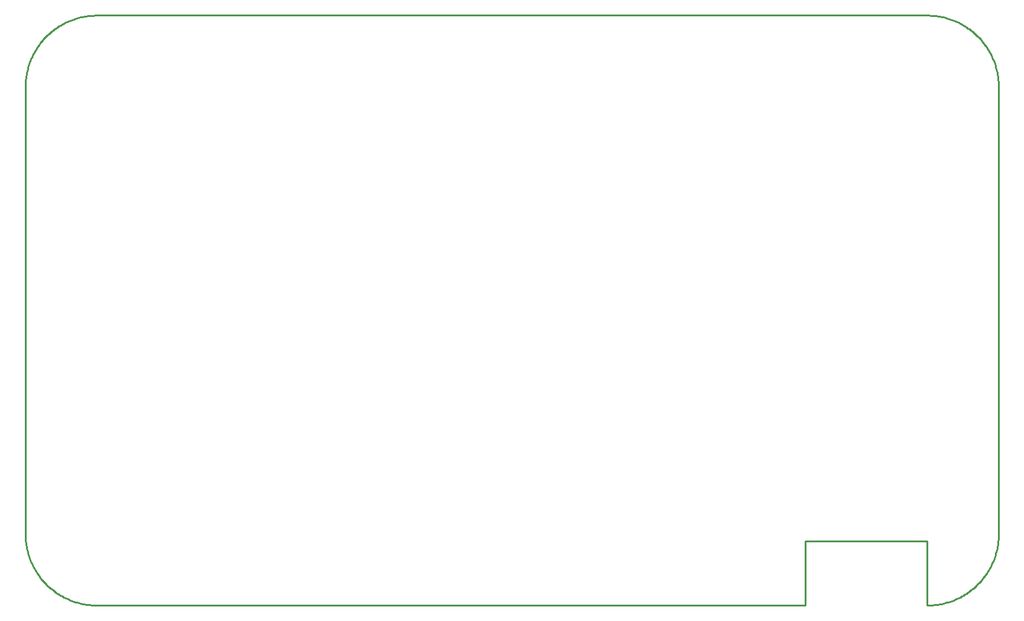
<source format=gko>
G04 Layer_Color=16711935*
%FSLAX25Y25*%
%MOIN*%
G70*
G01*
G75*
%ADD55C,0.01000*%
D55*
X-25761Y-230795D02*
X-25748Y-231792D01*
X-25710Y-232789D01*
X-25647Y-233784D01*
X-25559Y-234778D01*
X-25445Y-235769D01*
X-25307Y-236756D01*
X-25143Y-237740D01*
X-24955Y-238720D01*
X-24742Y-239694D01*
X-24504Y-240663D01*
X-24242Y-241625D01*
X-23955Y-242581D01*
X-23645Y-243528D01*
X-23310Y-244468D01*
X-22952Y-245399D01*
X-22570Y-246320D01*
X-22165Y-247232D01*
X-21737Y-248133D01*
X-21287Y-249023D01*
X-20814Y-249901D01*
X-20319Y-250767D01*
X-19802Y-251620D01*
X-19264Y-252460D01*
X-18704Y-253285D01*
X-18124Y-254097D01*
X-17524Y-254893D01*
X-16903Y-255674D01*
X-16263Y-256439D01*
X-15604Y-257188D01*
X-14926Y-257919D01*
X-14230Y-258633D01*
X-13516Y-259330D01*
X-12784Y-260008D01*
X-12035Y-260667D01*
X-11270Y-261307D01*
X-10489Y-261928D01*
X-9693Y-262528D01*
X-8882Y-263108D01*
X-8056Y-263667D01*
X-7216Y-264206D01*
X-6363Y-264723D01*
X-5497Y-265218D01*
X-4619Y-265691D01*
X-3729Y-266141D01*
X-2828Y-266569D01*
X-1917Y-266974D01*
X-995Y-267356D01*
X-64Y-267714D01*
X876Y-268049D01*
X1823Y-268359D01*
X2779Y-268646D01*
X3741Y-268908D01*
X4710Y-269146D01*
X5684Y-269359D01*
X6664Y-269547D01*
X7648Y-269711D01*
X8635Y-269849D01*
X9626Y-269963D01*
X10620Y-270051D01*
X11615Y-270114D01*
X12612Y-270152D01*
X13609Y-270165D01*
X470302D02*
X471299Y-270152D01*
X472296Y-270114D01*
X473292Y-270051D01*
X474285Y-269963D01*
X475276Y-269849D01*
X476264Y-269711D01*
X477248Y-269547D01*
X478227Y-269359D01*
X479202Y-269146D01*
X480170Y-268908D01*
X481133Y-268646D01*
X482088Y-268359D01*
X483036Y-268049D01*
X483975Y-267714D01*
X484906Y-267356D01*
X485828Y-266974D01*
X486739Y-266569D01*
X487640Y-266141D01*
X488530Y-265691D01*
X489408Y-265218D01*
X490274Y-264723D01*
X491127Y-264206D01*
X491967Y-263668D01*
X492793Y-263108D01*
X493604Y-262528D01*
X494401Y-261928D01*
X495182Y-261307D01*
X495947Y-260667D01*
X496695Y-260008D01*
X497427Y-259330D01*
X498141Y-258634D01*
X498837Y-257919D01*
X499515Y-257188D01*
X500174Y-256439D01*
X500814Y-255674D01*
X501435Y-254893D01*
X502035Y-254097D01*
X502615Y-253286D01*
X503175Y-252460D01*
X503713Y-251620D01*
X504230Y-250767D01*
X504725Y-249901D01*
X505198Y-249023D01*
X505649Y-248133D01*
X506076Y-247232D01*
X506481Y-246321D01*
X506863Y-245399D01*
X507221Y-244468D01*
X507556Y-243529D01*
X507866Y-242581D01*
X508153Y-241626D01*
X508415Y-240663D01*
X508653Y-239695D01*
X508866Y-238720D01*
X509055Y-237741D01*
X509218Y-236757D01*
X509357Y-235769D01*
X509470Y-234778D01*
X509558Y-233785D01*
X509622Y-232789D01*
X509659Y-231792D01*
X509672Y-230795D01*
Y15347D02*
X509660Y16344D01*
X509622Y17341D01*
X509558Y18337D01*
X509470Y19330D01*
X509357Y20321D01*
X509218Y21309D01*
X509055Y22293D01*
X508866Y23272D01*
X508653Y24247D01*
X508415Y25215D01*
X508153Y26178D01*
X507867Y27133D01*
X507556Y28081D01*
X507222Y29021D01*
X506863Y29952D01*
X506482Y30873D01*
X506077Y31785D01*
X505649Y32686D01*
X505198Y33575D01*
X504725Y34454D01*
X504230Y35320D01*
X503713Y36173D01*
X503175Y37012D01*
X502616Y37838D01*
X502036Y38649D01*
X501435Y39446D01*
X500814Y40227D01*
X500175Y40992D01*
X499515Y41740D01*
X498837Y42472D01*
X498141Y43186D01*
X497427Y43882D01*
X496695Y44560D01*
X495947Y45220D01*
X495182Y45860D01*
X494401Y46480D01*
X493604Y47081D01*
X492793Y47661D01*
X491967Y48220D01*
X491127Y48758D01*
X490274Y49275D01*
X489408Y49770D01*
X488530Y50243D01*
X487640Y50694D01*
X486739Y51122D01*
X485828Y51527D01*
X484906Y51908D01*
X483976Y52267D01*
X483036Y52601D01*
X482088Y52912D01*
X481133Y53198D01*
X480170Y53461D01*
X479202Y53698D01*
X478227Y53911D01*
X477248Y54100D01*
X476264Y54263D01*
X475276Y54402D01*
X474285Y54515D01*
X473292Y54604D01*
X472296Y54667D01*
X471299Y54705D01*
X470302Y54717D01*
X13609D02*
X12612Y54705D01*
X11615Y54667D01*
X10620Y54604D01*
X9626Y54515D01*
X8635Y54402D01*
X7648Y54263D01*
X6663Y54100D01*
X5684Y53911D01*
X4710Y53698D01*
X3741Y53461D01*
X2779Y53198D01*
X1823Y52912D01*
X875Y52601D01*
X-64Y52267D01*
X-995Y51908D01*
X-1917Y51527D01*
X-2828Y51122D01*
X-3729Y50694D01*
X-4619Y50243D01*
X-5497Y49770D01*
X-6363Y49275D01*
X-7216Y48758D01*
X-8056Y48220D01*
X-8882Y47661D01*
X-9693Y47081D01*
X-10490Y46480D01*
X-11270Y45860D01*
X-12035Y45219D01*
X-12784Y44560D01*
X-13516Y43882D01*
X-14230Y43186D01*
X-14926Y42472D01*
X-15604Y41740D01*
X-16263Y40992D01*
X-16903Y40227D01*
X-17524Y39446D01*
X-18124Y38649D01*
X-18704Y37838D01*
X-19264Y37012D01*
X-19802Y36173D01*
X-20319Y35319D01*
X-20814Y34453D01*
X-21287Y33575D01*
X-21737Y32686D01*
X-22165Y31784D01*
X-22570Y30873D01*
X-22952Y29952D01*
X-23310Y29021D01*
X-23645Y28081D01*
X-23955Y27133D01*
X-24242Y26178D01*
X-24504Y25215D01*
X-24742Y24247D01*
X-24955Y23272D01*
X-25143Y22293D01*
X-25307Y21309D01*
X-25445Y20321D01*
X-25559Y19330D01*
X-25647Y18337D01*
X-25710Y17341D01*
X-25748Y16344D01*
X-25761Y15347D01*
X403373Y-234732D02*
X436837D01*
X403373Y-270165D02*
Y-234732D01*
X436837D02*
X470302D01*
Y-270165D02*
Y-234732D01*
X-25761Y-230795D02*
Y15347D01*
X13609Y54717D02*
X470302D01*
X509672Y-230795D02*
Y15347D01*
X13609Y-270165D02*
X403373D01*
M02*

</source>
